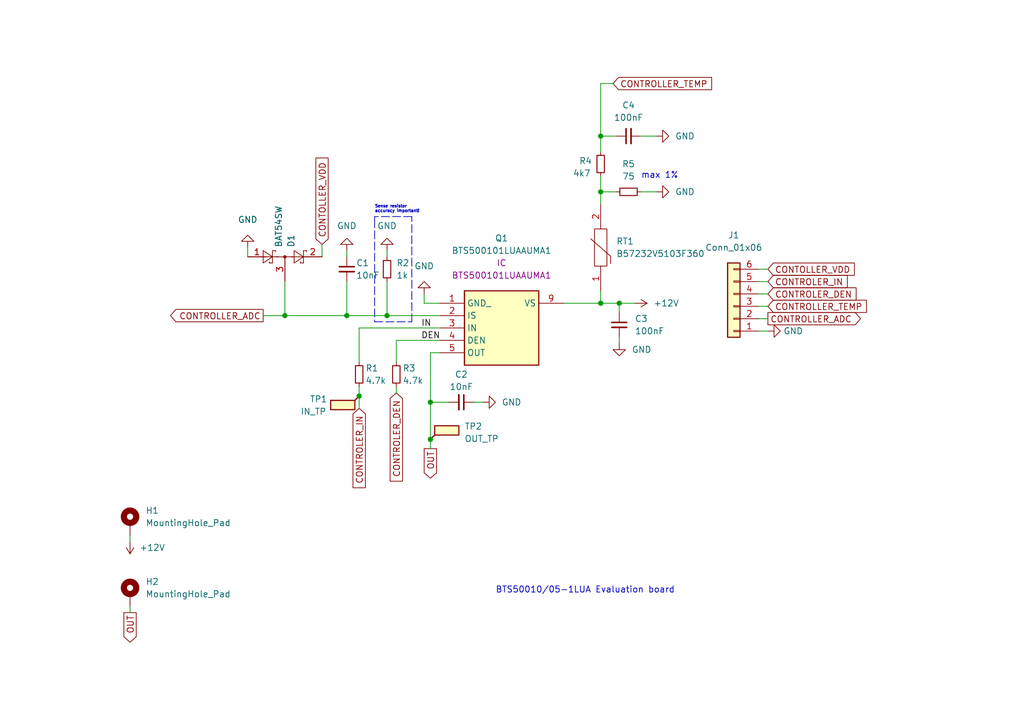
<source format=kicad_sch>
(kicad_sch (version 20211123) (generator eeschema)
  (paper "A5")
  (lib_symbols
    (symbol "BTS500101LUAAUMA1:BTS500101LUAAUMA1"
      (property "Value" "BTS500101LUAAUMA1" (at 15.24 4.445 0))
      (property "Reference_1" "IC" (at 5.08 8.255 0))
      (property "Value_1" "BTS500101LUAAUMA1" (at 5.08 5.715 0))
      (symbol "BTS500101LUAAUMA1_1_1"
        (rectangle (start 5.08 2.54) (end 20.32 -12.7) (stroke (width 0.254)) (fill (type background)))
        (pin passive line (at 0 0 0) (length 5.08) (name "GND_") (number "1"))
        (pin passive line (at 0 -2.54 0) (length 5.08) (name "IS") (number "2"))
        (pin passive line (at 0 -5.08 0) (length 5.08) (name "IN") (number "3"))
        (pin passive line (at 0 -7.62 0) (length 5.08) (name "DEN") (number "4"))
        (pin passive line (at 0 -10.16 0) (length 5.08) (name "OUT") (number "5"))
        (pin passive line (at 25.4 0 180) (length 5.08) (name "VS") (number "9"))
      )
    )
    (symbol "Connector:TestPoint_Flag" (pin_numbers hide) (pin_names (offset 0.762) hide)
      (property "Reference" "TP" (at 3.429 1.778 0))
      (property "Value" "TestPoint_Flag" (at 3.302 4.191 0))
      (symbol "TestPoint_Flag_0_1"
        (polyline (pts (xy 0 0) (xy 0.889 0.889)) (stroke (width 0.254)))
        (rectangle (start 0.889 2.794) (end 5.842 0.889) (stroke (width 0.254)) (fill (type background)))
      )
      (symbol "TestPoint_Flag_1_1"
        (pin passive line (at 0 0 90) (length 0) (name "1") (number "1"))
      )
    )
    (symbol "Connector_Generic:Conn_01x06" (pin_names (offset 1.016) hide)
      (property "Reference" "J" (at 0 7.62 0))
      (property "Value" "Conn_01x06" (at 0 -10.16 0))
      (symbol "Conn_01x06_1_1"
        (rectangle (start -1.27 -7.493) (end 0 -7.747) (stroke (width 0.1524)))
        (rectangle (start -1.27 -4.953) (end 0 -5.207) (stroke (width 0.1524)))
        (rectangle (start -1.27 -2.413) (end 0 -2.667) (stroke (width 0.1524)))
        (rectangle (start -1.27 0.127) (end 0 -0.127) (stroke (width 0.1524)))
        (rectangle (start -1.27 2.667) (end 0 2.413) (stroke (width 0.1524)))
        (rectangle (start -1.27 5.207) (end 0 4.953) (stroke (width 0.1524)))
        (rectangle (start -1.27 6.35) (end 1.27 -8.89) (stroke (width 0.254)) (fill (type background)))
        (pin passive line (at -5.08 5.08 0) (length 3.81) (name "Pin_1") (number "1"))
        (pin passive line (at -5.08 2.54 0) (length 3.81) (name "Pin_2") (number "2"))
        (pin passive line (at -5.08 0 0) (length 3.81) (name "Pin_3") (number "3"))
        (pin passive line (at -5.08 -2.54 0) (length 3.81) (name "Pin_4") (number "4"))
        (pin passive line (at -5.08 -5.08 0) (length 3.81) (name "Pin_5") (number "5"))
        (pin passive line (at -5.08 -7.62 0) (length 3.81) (name "Pin_6") (number "6"))
      )
    )
    (symbol "Device:C_Small" (pin_numbers hide) (pin_names (offset 0.254) hide)
      (property "Reference" "C" (at 0.254 1.778 0))
      (property "Value" "C_Small" (at 0.254 -2.032 0))
      (symbol "C_Small_0_1"
        (polyline (pts (xy -1.524 -0.508) (xy 1.524 -0.508)) (stroke (width 0.3302)))
        (polyline (pts (xy -1.524 0.508) (xy 1.524 0.508)) (stroke (width 0.3048)))
      )
      (symbol "C_Small_1_1"
        (pin passive line (at 0 2.54 270) (length 2.032) (name "~") (number "1"))
        (pin passive line (at 0 -2.54 90) (length 2.032) (name "~") (number "2"))
      )
    )
    (symbol "Device:R_Small" (pin_numbers hide) (pin_names (offset 0.254) hide)
      (property "Reference" "R" (at 0.762 0.508 0))
      (property "Value" "R_Small" (at 0.762 -1.016 0))
      (symbol "R_Small_0_1"
        (rectangle (start -0.762 1.778) (end 0.762 -1.778) (stroke (width 0.2032)))
      )
      (symbol "R_Small_1_1"
        (pin passive line (at 0 2.54 270) (length 0.762) (name "~") (number "1"))
        (pin passive line (at 0 -2.54 90) (length 0.762) (name "~") (number "2"))
      )
    )
    (symbol "Diode:BAT54SW" (pin_names (offset 1.016))
      (property "Reference" "D" (at 0.635 -3.81 0))
      (property "Value" "BAT54SW" (at -6.35 3.175 0))
      (symbol "BAT54SW_0_1"
        (polyline (pts (xy -3.81 0) (xy -1.27 0)))
        (polyline (pts (xy -3.175 -1.27) (xy -3.175 -1.016)))
        (polyline (pts (xy -2.54 -1.27) (xy -3.175 -1.27)))
        (polyline (pts (xy -2.54 -1.27) (xy -2.54 1.27)))
        (polyline (pts (xy -2.54 1.27) (xy -1.905 1.27)))
        (polyline (pts (xy -1.905 0) (xy 1.905 0)))
        (polyline (pts (xy -1.905 1.27) (xy -1.905 1.016)))
        (polyline (pts (xy 1.27 0) (xy 3.81 0)))
        (polyline (pts (xy 3.175 -1.27) (xy 3.175 -1.016)))
        (polyline (pts (xy 3.81 -1.27) (xy 3.175 -1.27)))
        (polyline (pts (xy 3.81 -1.27) (xy 3.81 1.27)))
        (polyline (pts (xy 3.81 1.27) (xy 4.445 1.27)))
        (polyline (pts (xy 4.445 1.27) (xy 4.445 1.016)))
        (polyline (pts (xy -4.445 1.27) (xy -4.445 -1.27) (xy -2.54 0) (xy -4.445 1.27)))
        (polyline (pts (xy 1.905 1.27) (xy 1.905 -1.27) (xy 3.81 0) (xy 1.905 1.27)))
        (circle (center 0 0) (radius 0.254) (fill (type outline)))
      )
      (symbol "BAT54SW_1_1"
        (pin passive line (at -7.62 0 0) (length 3.81) (name "~") (number "1"))
        (pin passive line (at 7.62 0 180) (length 3.81) (name "~") (number "2"))
        (pin passive line (at 0 -5.08 90) (length 5.08) (name "~") (number "3"))
      )
    )
    (symbol "Mechanical:MountingHole_Pad" (pin_numbers hide) (pin_names (offset 1.016) hide)
      (property "Reference" "H" (at 0 6.35 0))
      (property "Value" "MountingHole_Pad" (at 0 4.445 0))
      (symbol "MountingHole_Pad_0_1"
        (circle (center 0 1.27) (radius 1.27) (stroke (width 1.27)))
      )
      (symbol "MountingHole_Pad_1_1"
        (pin input line (at 0 -2.54 90) (length 2.54) (name "1") (number "1"))
      )
    )
    (symbol "PDM_additional:B57232V5103F360" (pin_names (offset 0.762))
      (property "Reference" "RT" (at 13.97 6.35 0))
      (property "Value" "B57232V5103F360" (at 13.97 3.81 0))
      (symbol "B57232V5103F360_0_0"
        (pin passive line (at 0 0 0) (length 5.08) (name "~") (number "1"))
        (pin passive line (at 17.78 0 180) (length 5.08) (name "~") (number "2"))
      )
      (symbol "B57232V5103F360_0_1"
        (polyline (pts (xy 5.588 -2.032) (xy 7.112 -2.032) (xy 10.668 2.032)) (stroke (width 0.1524)))
        (polyline (pts (xy 5.08 1.27) (xy 12.7 1.27) (xy 12.7 -1.27) (xy 5.08 -1.27) (xy 5.08 1.27)) (stroke (width 0.1524)))
      )
    )
    (symbol "power:+12V" (power) (pin_names (offset 0))
      (property "Value" "+12V" (at 0 3.556 0))
      (symbol "+12V_0_1"
        (polyline (pts (xy -0.762 1.27) (xy 0 2.54)))
        (polyline (pts (xy 0 0) (xy 0 2.54)))
        (polyline (pts (xy 0 2.54) (xy 0.762 1.27)))
      )
      (symbol "+12V_1_1"
        (pin power_in line (at 0 0 90) (length 0) hide (name "+12V") (number "1"))
      )
    )
    (symbol "power:GND" (power) (pin_names (offset 0))
      (property "Value" "GND" (at 0 -3.81 0))
      (symbol "GND_0_1"
        (polyline (pts (xy 0 0) (xy 0 -1.27) (xy 1.27 -1.27) (xy 0 -2.54) (xy -1.27 -1.27) (xy 0 -1.27)))
      )
      (symbol "GND_1_1"
        (pin power_in line (at 0 0 270) (length 0) hide (name "GND") (number "1"))
      )
    )
  )
  (junction (at 127 62.23))
  (junction (at 73.66 81.28))
  (junction (at 58.42 64.77))
  (junction (at 123.19 39.37))
  (junction (at 71.12 64.77))
  (junction (at 123.19 27.94))
  (junction (at 123.19 62.23))
  (junction (at 88.265 90.17))
  (junction (at 79.375 64.77))
  (junction (at 88.265 82.55))
  (wire (pts (xy 73.66 79.375) (xy 73.66 81.28)))
  (wire (pts (xy 81.28 80.645) (xy 81.28 79.375)))
  (wire (pts (xy 157.48 57.785) (xy 155.575 57.785)))
  (wire (pts (xy 131.445 39.37) (xy 134.62 39.37)))
  (wire (pts (xy 123.19 36.195) (xy 123.19 39.37)))
  (wire (pts (xy 88.265 72.39) (xy 88.265 82.55)))
  (wire (pts (xy 123.19 62.23) (xy 123.19 59.69)))
  (wire (pts (xy 73.66 83.82) (xy 73.66 81.28)))
  (wire (pts (xy 71.12 51.435) (xy 71.12 52.705)))
  (wire (pts (xy 123.19 41.91) (xy 123.19 39.37)))
  (polyline (pts (xy 76.835 45.085) (xy 76.835 66.04)))
  (polyline (pts (xy 84.455 66.04) (xy 84.455 44.45)))
  (wire (pts (xy 71.12 57.785) (xy 71.12 64.77)))
  (wire (pts (xy 90.17 64.77) (xy 79.375 64.77)))
  (wire (pts (xy 157.48 55.245) (xy 155.575 55.245)))
  (wire (pts (xy 26.67 125.73) (xy 26.67 124.46)))
  (polyline (pts (xy 76.835 66.04) (xy 84.455 66.04)))
  (wire (pts (xy 90.17 62.23) (xy 86.995 62.23)))
  (wire (pts (xy 73.66 67.31) (xy 73.66 74.295)))
  (wire (pts (xy 123.19 17.145) (xy 123.19 27.94)))
  (wire (pts (xy 66.04 50.165) (xy 66.04 52.705)))
  (wire (pts (xy 130.175 62.23) (xy 127 62.23)))
  (wire (pts (xy 86.995 62.23) (xy 86.995 60.325)))
  (polyline (pts (xy 84.455 44.45) (xy 76.835 44.45)))
  (wire (pts (xy 125.73 17.145) (xy 123.19 17.145)))
  (wire (pts (xy 88.265 90.17) (xy 88.265 92.075)))
  (wire (pts (xy 127 70.485) (xy 127 69.215)))
  (wire (pts (xy 155.575 62.865) (xy 157.48 62.865)))
  (wire (pts (xy 123.19 62.23) (xy 127 62.23)))
  (wire (pts (xy 90.17 67.31) (xy 73.66 67.31)))
  (wire (pts (xy 50.8 50.8) (xy 50.8 52.705)))
  (wire (pts (xy 88.265 82.55) (xy 88.265 90.17)))
  (wire (pts (xy 127 62.23) (xy 127 64.135)))
  (polyline (pts (xy 76.835 44.45) (xy 76.835 45.085)))
  (wire (pts (xy 81.28 69.85) (xy 81.28 74.295)))
  (wire (pts (xy 90.17 72.39) (xy 88.265 72.39)))
  (wire (pts (xy 79.375 57.785) (xy 79.375 64.77)))
  (wire (pts (xy 157.48 60.325) (xy 155.575 60.325)))
  (wire (pts (xy 157.48 65.405) (xy 155.575 65.405)))
  (wire (pts (xy 123.19 39.37) (xy 126.365 39.37)))
  (wire (pts (xy 71.12 64.77) (xy 58.42 64.77)))
  (wire (pts (xy 115.57 62.23) (xy 123.19 62.23)))
  (wire (pts (xy 53.975 64.77) (xy 58.42 64.77)))
  (wire (pts (xy 157.48 67.945) (xy 155.575 67.945)))
  (wire (pts (xy 71.12 64.77) (xy 79.375 64.77)))
  (wire (pts (xy 123.19 27.94) (xy 123.19 31.115)))
  (wire (pts (xy 26.67 111.125) (xy 26.67 109.855)))
  (wire (pts (xy 97.155 82.55) (xy 99.06 82.55)))
  (wire (pts (xy 90.17 69.85) (xy 81.28 69.85)))
  (wire (pts (xy 79.375 51.435) (xy 79.375 52.705)))
  (wire (pts (xy 126.365 27.94) (xy 123.19 27.94)))
  (wire (pts (xy 131.445 27.94) (xy 134.62 27.94)))
  (wire (pts (xy 58.42 64.77) (xy 58.42 57.785)))
  (wire (pts (xy 88.265 82.55) (xy 92.075 82.55)))
  (text "BTS50010/05-1LUA Evaluation board" (at 101.6 121.92 0) (effects (font (size 1.27 1.27)) (justify left bottom)))
  (text "max 1%" (at 131.445 36.83 0) (effects (font (size 1.27 1.27)) (justify left bottom)))
  (text "Sense resistor\naccuracy important!" (at 76.835 43.815 0) (effects (font (size 0.6 0.6)) (justify left bottom)))
  (label "IN" (at 86.36 67.31 0))
  (label "DEN" (at 86.36 69.85 0))
  (global_label "CONTROLLER_TEMP" (shape input) (at 125.73 17.145 0) (property "Intersheet References" "${INTERSHEET_REFS}" (effects hide)))
  (global_label "OUT" (shape output) (at 26.67 125.73 270) (property "Intersheet References" "${INTERSHEET_REFS}" (effects hide)))
  (global_label "CONTROLER_IN" (shape input) (at 73.66 83.82 270) (property "Intersheet References" "${INTERSHEET_REFS}" (effects hide)))
  (global_label "CONTOLLER_VDD" (shape input) (at 157.48 55.245 0) (property "Intersheet References" "${INTERSHEET_REFS}" (effects hide)))
  (global_label "CONTROLLER_TEMP" (shape input) (at 157.48 62.865 0) (property "Intersheet References" "${INTERSHEET_REFS}" (effects hide)))
  (global_label "CONTROLER_DEN" (shape input) (at 157.48 60.325 0) (property "Intersheet References" "${INTERSHEET_REFS}" (effects hide)))
  (global_label "CONTROLER_DEN" (shape input) (at 81.28 80.645 270) (property "Intersheet References" "${INTERSHEET_REFS}" (effects hide)))
  (global_label "CONTROLLER_ADC" (shape output) (at 157.48 65.405 0) (property "Intersheet References" "${INTERSHEET_REFS}" (effects hide)))
  (global_label "CONTROLER_IN" (shape input) (at 157.48 57.785 0) (property "Intersheet References" "${INTERSHEET_REFS}" (effects hide)))
  (global_label "CONTROLLER_ADC" (shape output) (at 53.975 64.77 180) (property "Intersheet References" "${INTERSHEET_REFS}" (effects hide)))
  (global_label "CONTOLLER_VDD" (shape input) (at 66.04 50.165 90) (property "Intersheet References" "${INTERSHEET_REFS}" (effects hide)))
  (global_label "OUT" (shape output) (at 88.265 92.075 270) (property "Intersheet References" "${INTERSHEET_REFS}" (effects hide)))
  (symbol (lib_id "power:+12V") (at 130.175 62.23 270) (unit 1)
    (property "Reference" "#PWR0101" (effects hide))
    (property "Value" "+12V" (at 133.985 62.2299 90) (effects (justify left)))
  )
  (symbol (lib_id "power:GND") (at 134.62 39.37 90) (unit 1)
    (property "Reference" "#PWR0111" (effects hide))
    (property "Value" "GND" (at 138.43 39.3699 90) (effects (justify right)))
  )
  (symbol (lib_id "power:GND") (at 99.06 82.55 90) (unit 1)
    (property "Reference" "#PWR0104" (effects hide))
    (property "Value" "GND" (at 102.87 82.5499 90) (effects (justify right)))
  )
  (symbol (lib_id "Device:C_Small") (at 128.905 27.94 90) (unit 1)
    (property "Reference" "C4" (at 128.9113 21.59 90))
    (property "Value" "100nF" (at 128.9113 24.13 90))
    (property "Footprint" "Capacitor_SMD:C_0402_1005Metric" (effects hide))
  )
  (symbol (lib_id "BTS500101LUAAUMA1:BTS500101LUAAUMA1") (at 90.17 62.23 0) (unit 1)
    (property "Reference" "Q1" (at 102.87 48.895 0))
    (property "Value" "BTS500101LUAAUMA1" (at 102.87 51.435 0))
    (property "Footprint" "PDM_Additional:BTS500101LUAAUMA1" (effects hide))
    (property "Reference_1" "IC" (at 102.87 53.975 0))
    (property "Value_1" "BTS500101LUAAUMA1" (at 102.87 56.515 0))
    (property "Footprint_1" "BTS500101LUAAUMA1" (effects hide))
    (property "Datasheet_1" "https://www.infineon.com/dgdl/Infineon-BTS50010-1LUA-DataSheet-v01_10-EN.pdf?fileId=8ac78c8c85ecb3470186015e6ce406a0" (effects hide))
    (property "Height" "2.3" (effects hide))
    (property "Manufacturer_Name" "Infineon" (effects hide))
    (property "Manufacturer_Part_Number" "BTS500101LUAAUMA1" (effects hide))
    (property "Mouser Part Number" "726-BTS500101LUAAUMA" (effects hide))
    (property "Mouser Price/Stock" "https://www.mouser.co.uk/ProductDetail/Infineon-Technologies/BTS500101LUAAUMA1?qs=8Wlm6%252BaMh8RV1CWLPmP8Ug%3D%3D" (effects hide))
  )
  (symbol (lib_id "power:GND") (at 157.48 67.945 90) (unit 1)
    (property "Reference" "#PWR0109" (effects hide))
    (property "Value" "GND" (at 160.655 67.9449 90) (effects (justify right)))
  )
  (symbol (lib_id "Device:R_Small") (at 128.905 39.37 90) (unit 1)
    (property "Reference" "R5" (at 128.905 33.655 90))
    (property "Value" "75" (at 128.905 36.195 90))
    (property "Footprint" "Resistor_SMD:R_0402_1005Metric" (effects hide))
  )
  (symbol (lib_id "Mechanical:MountingHole_Pad") (at 26.67 121.92 0) (unit 1)
    (property "Reference" "H2" (at 29.845 119.3799 0) (effects (justify left)))
    (property "Value" "MountingHole_Pad" (at 29.845 121.9199 0) (effects (justify left)))
    (property "Footprint" "MountingHole:MountingHole_6.5mm_Pad_Via" (effects hide))
  )
  (symbol (lib_id "Mechanical:MountingHole_Pad") (at 26.67 107.315 0) (unit 1)
    (property "Reference" "H1" (at 29.845 104.7749 0) (effects (justify left)))
    (property "Value" "MountingHole_Pad" (at 29.845 107.3149 0) (effects (justify left)))
    (property "Footprint" "MountingHole:MountingHole_6.5mm_Pad_Via" (effects hide))
  )
  (symbol (lib_id "Device:R_Small") (at 73.66 76.835 0) (unit 1)
    (property "Reference" "R1" (at 74.93 75.565 0) (effects (justify left)))
    (property "Value" "4.7k" (at 74.93 78.105 0) (effects (justify left)))
    (property "Footprint" "Resistor_SMD:R_0402_1005Metric" (effects hide))
  )
  (symbol (lib_id "power:GND") (at 127 70.485 0) (unit 1)
    (property "Reference" "#PWR0102" (effects hide))
    (property "Value" "GND" (at 129.54 71.7549 0) (effects (justify left)))
  )
  (symbol (lib_id "Device:R_Small") (at 79.375 55.245 0) (unit 1)
    (property "Reference" "R2" (at 81.28 53.9749 0) (effects (justify left)))
    (property "Value" "1k" (at 81.28 56.5149 0) (effects (justify left)))
    (property "Footprint" "Resistor_SMD:R_0402_1005Metric" (effects hide))
  )
  (symbol (lib_id "Connector:TestPoint_Flag") (at 88.265 90.17 0) (unit 1)
    (property "Reference" "TP2" (at 95.25 87.5029 0) (effects (justify left)))
    (property "Value" "OUT_TP" (at 95.25 90.0429 0) (effects (justify left)))
    (property "Footprint" "TestPoint:TestPoint_Keystone_5000-5004_Miniature" (effects hide))
  )
  (symbol (lib_id "PDM_additional:B57232V5103F360") (at 123.19 59.69 90) (unit 1)
    (property "Reference" "RT1" (at 126.365 49.5299 90) (effects (justify right)))
    (property "Value" "B57232V5103F360" (at 126.365 52.0699 90) (effects (justify right)))
    (property "Footprint" "PDM_Additional:THRMC1005X60N" (effects hide))
    (property "Datasheet" "https://product.tdk.com/system/files/dam/doc/product/sensor/ntc/chip-ntc-thermistor/data_sheet/50/db/ntc/ntc_smd_automotive_series_0402.pdf" (effects hide))
    (property "Description" "Chip NTC Thermistors (Sensor), Resistance (at 25?C)=10k?, Resistance Tolerance (at 25?C)=?3%" (effects hide))
    (property "Height" "0.6" (effects hide))
    (property "Manufacturer_Name" "TDK" (effects hide))
    (property "Manufacturer_Part_Number" "B57232V5103F360" (effects hide))
    (property "Mouser Part Number" "871-B57232V5103F360" (effects hide))
    (property "Mouser Price/Stock" "https://www.mouser.com/Search/Refine.aspx?Keyword=871-B57232V5103F360" (effects hide))
  )
  (symbol (lib_id "Connector_Generic:Conn_01x06") (at 150.495 62.865 180) (unit 1)
    (property "Reference" "J1" (at 150.495 48.26 0))
    (property "Value" "Conn_01x06" (at 150.495 50.8 0))
    (property "Footprint" "Connector_Molex:Molex_Micro-Latch_53253-0670_1x06_P2.00mm_Vertical" (effects hide))
  )
  (symbol (lib_id "power:GND") (at 79.375 51.435 180) (unit 1)
    (property "Reference" "#PWR0105" (effects hide))
    (property "Value" "GND" (at 79.375 46.355 0))
  )
  (symbol (lib_id "power:GND") (at 50.8 50.8 180) (unit 1)
    (property "Reference" "#PWR0106" (effects hide))
    (property "Value" "GND" (at 50.8 45.085 0))
  )
  (symbol (lib_id "Device:R_Small") (at 123.19 33.655 180) (unit 1)
    (property "Reference" "R4" (at 118.745 33.02 0) (effects (justify right)))
    (property "Value" "4k7" (at 117.475 35.56 0) (effects (justify right)))
    (property "Footprint" "Resistor_SMD:R_0402_1005Metric" (effects hide))
  )
  (symbol (lib_id "Connector:TestPoint_Flag") (at 73.66 81.28 180) (unit 1)
    (property "Reference" "TP1" (at 63.5 81.915 0) (effects (justify right)))
    (property "Value" "IN_TP" (at 61.595 84.455 0) (effects (justify right)))
    (property "Footprint" "TestPoint:TestPoint_Keystone_5000-5004_Miniature" (effects hide))
  )
  (symbol (lib_id "power:GND") (at 86.995 60.325 180) (unit 1)
    (property "Reference" "#PWR0103" (effects hide))
    (property "Value" "GND" (at 86.995 54.61 0))
  )
  (symbol (lib_id "Device:C_Small") (at 71.12 55.245 0) (unit 1)
    (property "Reference" "C1" (at 73.025 53.975 0) (effects (justify left)))
    (property "Value" "10nF" (at 73.025 56.515 0) (effects (justify left)))
    (property "Footprint" "Capacitor_SMD:C_0402_1005Metric" (effects hide))
  )
  (symbol (lib_id "Diode:BAT54SW") (at 58.42 52.705 0) (unit 1)
    (property "Reference" "D1" (at 59.6901 50.8 90) (effects (justify left)))
    (property "Value" "BAT54SW" (at 57.1501 50.8 90) (effects (justify left)))
    (property "Footprint" "Package_TO_SOT_SMD:SOT-323_SC-70" (effects hide))
    (property "Datasheet" "https://assets.nexperia.com/documents/data-sheet/BAT54W_SER.pdf" (effects hide))
  )
  (symbol (lib_id "power:GND") (at 134.62 27.94 90) (unit 1)
    (property "Reference" "#PWR0110" (effects hide))
    (property "Value" "GND" (at 138.43 27.9399 90) (effects (justify right)))
  )
  (symbol (lib_id "Device:R_Small") (at 81.28 76.835 0) (unit 1)
    (property "Reference" "R3" (at 82.55 75.565 0) (effects (justify left)))
    (property "Value" "4.7k" (at 82.55 78.105 0) (effects (justify left)))
    (property "Footprint" "Resistor_SMD:R_0402_1005Metric" (effects hide))
  )
  (symbol (lib_id "power:+12V") (at 26.67 111.125 180) (unit 1)
    (property "Reference" "#PWR0108" (effects hide))
    (property "Value" "+12V" (at 28.575 112.3949 0) (effects (justify right)))
  )
  (symbol (lib_id "power:GND") (at 71.12 51.435 180) (unit 1)
    (property "Reference" "#PWR0107" (effects hide))
    (property "Value" "GND" (at 71.12 46.355 0))
  )
  (symbol (lib_id "Device:C_Small") (at 94.615 82.55 270) (unit 1)
    (property "Reference" "C2" (at 94.615 76.835 90))
    (property "Value" "10nF" (at 94.615 79.375 90))
    (property "Footprint" "Capacitor_SMD:C_0402_1005Metric" (effects hide))
  )
  (symbol (lib_id "Device:C_Small") (at 127 66.675 0) (unit 1)
    (property "Reference" "C3" (at 130.175 65.4112 0) (effects (justify left)))
    (property "Value" "100nF" (at 130.175 67.9512 0) (effects (justify left)))
    (property "Footprint" "Capacitor_SMD:C_0805_2012Metric" (effects hide))
  )
)
</source>
